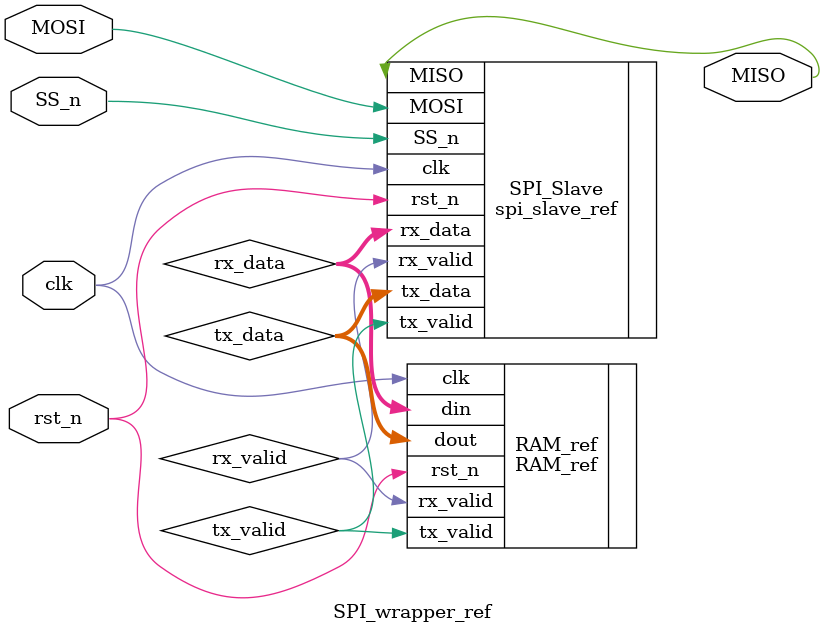
<source format=v>
module SPI_wrapper_ref(
    input  MOSI,
    input  SS_n,
    input  clk,
    input  rst_n,
    output MISO
);
    wire [9:0] rx_data;
    wire [7:0] tx_data;
    wire rx_valid, tx_valid;
    // SPI_slave module
    spi_slave_ref SPI_Slave(
        .MOSI(MOSI),
        .SS_n(SS_n),    
        .clk(clk),
        .rst_n(rst_n),
        .tx_data(tx_data),      
        .tx_valid(tx_valid),    
        .MISO(MISO),
        .rx_data(rx_data),      
        .rx_valid(rx_valid)     
    );
    // MEMORY module 
    RAM_ref RAM_ref(
        .din(rx_data),
        .clk(clk),
        .rst_n(rst_n), 
        .rx_valid(rx_valid),
        .dout(tx_data),
        .tx_valid(tx_valid)
    );
endmodule
</source>
